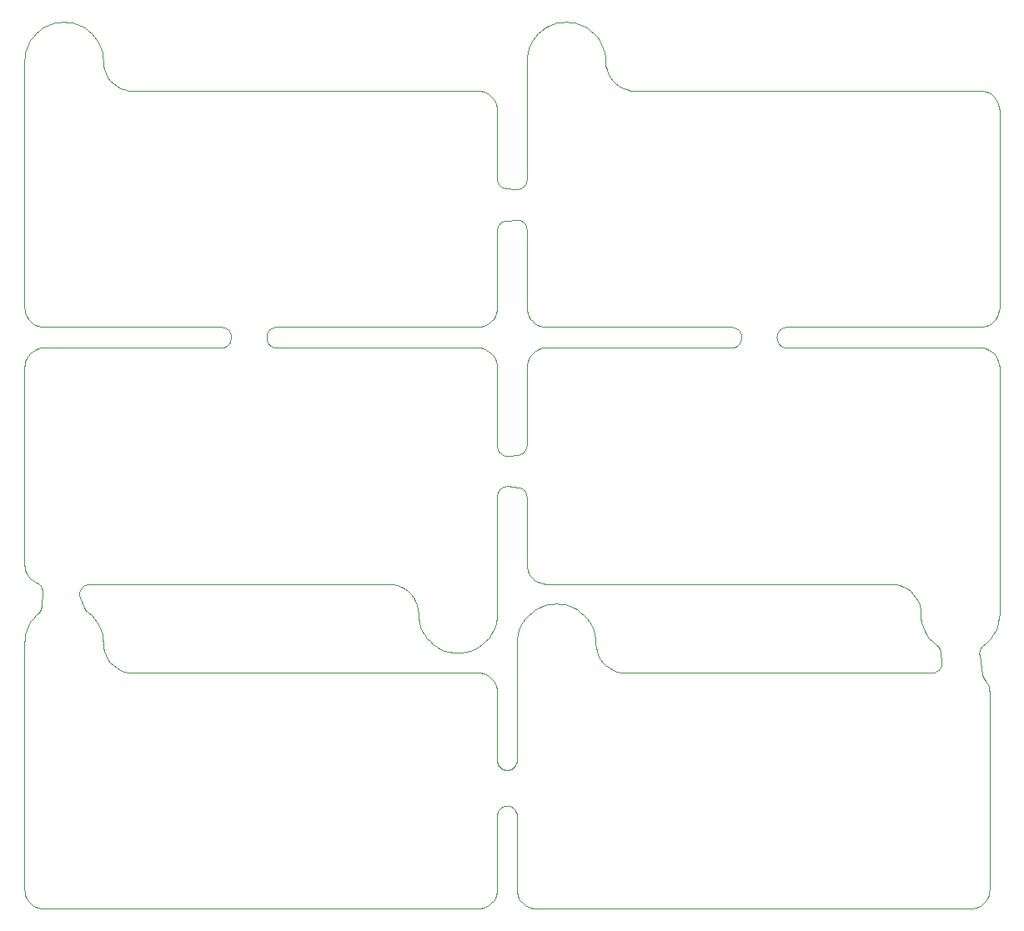
<source format=gko>
%MOIN*%
%OFA0B0*%
%FSLAX44Y44*%
%IPPOS*%
%LPD*%
%ADD10C,0*%
D10*
X00020866Y00022440D02*
X00020866Y00022440D01*
X00020742Y00022431D01*
X00020622Y00022402D01*
X00020508Y00022355D01*
X00020403Y00022290D01*
X00020309Y00022210D01*
X00020229Y00022116D01*
X00020164Y00022011D01*
X00020117Y00021896D01*
X00020088Y00021776D01*
X00020078Y00021653D01*
X00020078Y00018550D01*
X00020077Y00018521D01*
X00020074Y00018493D01*
X00020069Y00018464D01*
X00020061Y00018436D01*
X00020052Y00018409D01*
X00020040Y00018382D01*
X00020027Y00018356D01*
X00020012Y00018332D01*
X00019995Y00018308D01*
X00019976Y00018286D01*
X00019956Y00018265D01*
X00019934Y00018246D01*
X00019911Y00018229D01*
X00019887Y00018213D01*
X00019862Y00018199D01*
X00019835Y00018187D01*
X00019808Y00018177D01*
X00019780Y00018168D01*
X00019752Y00018162D01*
X00019723Y00018159D01*
X00019330Y00018120D01*
X00019297Y00018118D01*
X00019264Y00018119D01*
X00019231Y00018122D01*
X00019199Y00018129D01*
X00019167Y00018138D01*
X00019137Y00018149D01*
X00019107Y00018163D01*
X00019079Y00018180D01*
X00019052Y00018199D01*
X00019026Y00018220D01*
X00019003Y00018243D01*
X00018982Y00018268D01*
X00018962Y00018294D01*
X00018945Y00018322D01*
X00018931Y00018352D01*
X00018919Y00018382D01*
X00018909Y00018414D01*
X00018903Y00018446D01*
X00018899Y00018479D01*
X00018897Y00018511D01*
X00018897Y00021653D01*
X00018887Y00021776D01*
X00018859Y00021896D01*
X00018811Y00022011D01*
X00018747Y00022116D01*
X00018667Y00022210D01*
X00018573Y00022290D01*
X00018467Y00022355D01*
X00018353Y00022402D01*
X00018233Y00022431D01*
X00018110Y00022440D01*
X00010081Y00022440D01*
X00010055Y00022441D01*
X00010029Y00022444D01*
X00010004Y00022448D01*
X00009979Y00022454D01*
X00009954Y00022461D01*
X00009930Y00022470D01*
X00009907Y00022481D01*
X00009884Y00022493D01*
X00009863Y00022506D01*
X00009842Y00022521D01*
X00009822Y00022537D01*
X00009803Y00022555D01*
X00009785Y00022574D01*
X00009769Y00022593D01*
X00009754Y00022614D01*
X00009740Y00022636D01*
X00009728Y00022658D01*
X00009718Y00022682D01*
X00009708Y00022706D01*
X00009701Y00022730D01*
X00009690Y00022770D01*
X00009682Y00022805D01*
X00009677Y00022841D01*
X00009676Y00022877D01*
X00009678Y00022913D01*
X00009683Y00022949D01*
X00009692Y00022984D01*
X00009704Y00023018D01*
X00009718Y00023051D01*
X00009736Y00023083D01*
X00009757Y00023112D01*
X00009780Y00023140D01*
X00009806Y00023166D01*
X00009834Y00023189D01*
X00009864Y00023209D01*
X00009895Y00023226D01*
X00009928Y00023241D01*
X00009963Y00023252D01*
X00009998Y00023261D01*
X00010034Y00023266D01*
X00010070Y00023267D01*
X00018110Y00023267D01*
X00018233Y00023277D01*
X00018353Y00023306D01*
X00018467Y00023353D01*
X00018573Y00023418D01*
X00018667Y00023498D01*
X00018747Y00023592D01*
X00018811Y00023697D01*
X00018859Y00023811D01*
X00018887Y00023931D01*
X00018897Y00024055D01*
X00018897Y00027135D01*
X00018898Y00027165D01*
X00018902Y00027195D01*
X00018907Y00027224D01*
X00018915Y00027253D01*
X00018925Y00027281D01*
X00018937Y00027308D01*
X00018951Y00027334D01*
X00018967Y00027359D01*
X00018985Y00027383D01*
X00019004Y00027405D01*
X00019025Y00027426D01*
X00019048Y00027445D01*
X00019072Y00027463D01*
X00019097Y00027478D01*
X00019124Y00027492D01*
X00019151Y00027504D01*
X00019179Y00027513D01*
X00019208Y00027520D01*
X00019237Y00027526D01*
X00019267Y00027528D01*
X00019661Y00027552D01*
X00019693Y00027553D01*
X00019725Y00027551D01*
X00019757Y00027546D01*
X00019788Y00027539D01*
X00019818Y00027530D01*
X00019848Y00027518D01*
X00019877Y00027503D01*
X00019904Y00027486D01*
X00019930Y00027467D01*
X00019954Y00027446D01*
X00019977Y00027423D01*
X00019997Y00027399D01*
X00020016Y00027372D01*
X00020032Y00027345D01*
X00020046Y00027316D01*
X00020057Y00027286D01*
X00020067Y00027255D01*
X00020073Y00027223D01*
X00020077Y00027192D01*
X00020078Y00027159D01*
X00020078Y00024055D01*
X00020088Y00023931D01*
X00020117Y00023811D01*
X00020164Y00023697D01*
X00020229Y00023592D01*
X00020309Y00023498D01*
X00020403Y00023418D01*
X00020508Y00023353D01*
X00020622Y00023306D01*
X00020742Y00023277D01*
X00020866Y00023267D01*
X00028266Y00023267D01*
X00028302Y00023266D01*
X00028338Y00023261D01*
X00028373Y00023252D01*
X00028407Y00023241D01*
X00028440Y00023226D01*
X00028472Y00023209D01*
X00028502Y00023189D01*
X00028530Y00023166D01*
X00028556Y00023140D01*
X00028579Y00023112D01*
X00028599Y00023083D01*
X00028617Y00023051D01*
X00028632Y00023018D01*
X00028644Y00022984D01*
X00028652Y00022949D01*
X00028658Y00022913D01*
X00028660Y00022877D01*
X00028658Y00022841D01*
X00028653Y00022805D01*
X00028646Y00022770D01*
X00028635Y00022730D01*
X00028627Y00022706D01*
X00028618Y00022682D01*
X00028607Y00022658D01*
X00028595Y00022636D01*
X00028581Y00022614D01*
X00028566Y00022593D01*
X00028550Y00022574D01*
X00028533Y00022555D01*
X00028514Y00022537D01*
X00028494Y00022521D01*
X00028473Y00022506D01*
X00028451Y00022493D01*
X00028428Y00022481D01*
X00028405Y00022470D01*
X00028381Y00022461D01*
X00028357Y00022454D01*
X00028332Y00022448D01*
X00028306Y00022444D01*
X00028281Y00022441D01*
X00028255Y00022440D01*
X00020866Y00022440D01*
X00002522Y00011885D02*
X00002522Y00011885D01*
X00002522Y00011885D01*
X00002513Y00011891D01*
X00002504Y00011898D01*
X00002496Y00011905D01*
X00002487Y00011913D01*
X00002479Y00011920D01*
X00002471Y00011928D01*
X00002463Y00011936D01*
X00002455Y00011945D01*
X00002448Y00011953D01*
X00002441Y00011962D01*
X00002434Y00011971D01*
X00002427Y00011980D01*
X00002421Y00011989D01*
X00002415Y00011999D01*
X00002409Y00012009D01*
X00002404Y00012018D01*
X00002399Y00012028D01*
X00002394Y00012039D01*
X00002389Y00012049D01*
X00002385Y00012059D01*
X00002227Y00012451D01*
X00002215Y00012488D01*
X00002206Y00012525D01*
X00002201Y00012563D01*
X00002199Y00012601D01*
X00002201Y00012640D01*
X00002207Y00012678D01*
X00002217Y00012715D01*
X00002230Y00012751D01*
X00002247Y00012786D01*
X00002267Y00012818D01*
X00002290Y00012849D01*
X00002316Y00012878D01*
X00002344Y00012903D01*
X00002375Y00012926D01*
X00002408Y00012946D01*
X00002443Y00012962D01*
X00002479Y00012975D01*
X00002516Y00012984D01*
X00002554Y00012990D01*
X00002593Y00012992D01*
X00014566Y00012992D01*
X00014735Y00012980D01*
X00014899Y00012944D01*
X00015057Y00012885D01*
X00015205Y00012804D01*
X00015340Y00012703D01*
X00015459Y00012584D01*
X00015560Y00012449D01*
X00015641Y00012301D01*
X00015700Y00012143D01*
X00015736Y00011979D01*
X00015748Y00011811D01*
X00015757Y00011634D01*
X00015787Y00011460D01*
X00015836Y00011290D01*
X00015903Y00011127D01*
X00015989Y00010973D01*
X00016091Y00010829D01*
X00016209Y00010697D01*
X00016340Y00010579D01*
X00016484Y00010477D01*
X00016639Y00010392D01*
X00016802Y00010324D01*
X00016972Y00010275D01*
X00017146Y00010246D01*
X00017322Y00010236D01*
X00017499Y00010246D01*
X00017673Y00010275D01*
X00017842Y00010324D01*
X00018006Y00010392D01*
X00018160Y00010477D01*
X00018304Y00010579D01*
X00018436Y00010697D01*
X00018554Y00010829D01*
X00018656Y00010973D01*
X00018741Y00011127D01*
X00018809Y00011290D01*
X00018858Y00011460D01*
X00018887Y00011634D01*
X00018897Y00011811D01*
X00018897Y00016506D01*
X00018899Y00016539D01*
X00018903Y00016572D01*
X00018909Y00016604D01*
X00018919Y00016635D01*
X00018931Y00016666D01*
X00018945Y00016695D01*
X00018962Y00016723D01*
X00018982Y00016750D01*
X00019003Y00016775D01*
X00019026Y00016798D01*
X00019052Y00016819D01*
X00019079Y00016838D01*
X00019107Y00016854D01*
X00019137Y00016868D01*
X00019167Y00016880D01*
X00019199Y00016889D01*
X00019231Y00016895D01*
X00019264Y00016899D01*
X00019297Y00016900D01*
X00019330Y00016898D01*
X00019723Y00016859D01*
X00019752Y00016855D01*
X00019780Y00016849D01*
X00019808Y00016841D01*
X00019835Y00016831D01*
X00019862Y00016819D01*
X00019887Y00016805D01*
X00019911Y00016789D01*
X00019934Y00016771D01*
X00019956Y00016752D01*
X00019976Y00016732D01*
X00019995Y00016709D01*
X00020012Y00016686D01*
X00020027Y00016661D01*
X00020040Y00016635D01*
X00020052Y00016609D01*
X00020061Y00016581D01*
X00020069Y00016553D01*
X00020074Y00016525D01*
X00020077Y00016496D01*
X00020078Y00016467D01*
X00020078Y00013779D01*
X00020088Y00013656D01*
X00020117Y00013536D01*
X00020164Y00013422D01*
X00020229Y00013316D01*
X00020309Y00013222D01*
X00020403Y00013142D01*
X00020508Y00013077D01*
X00020622Y00013030D01*
X00020742Y00013001D01*
X00020866Y00012992D01*
X00034645Y00012992D01*
X00034813Y00012980D01*
X00034978Y00012944D01*
X00035136Y00012885D01*
X00035284Y00012804D01*
X00035419Y00012703D01*
X00035538Y00012584D01*
X00035639Y00012449D01*
X00035720Y00012301D01*
X00035778Y00012143D01*
X00035814Y00011979D01*
X00035826Y00011811D01*
X00035836Y00011634D01*
X00035866Y00011460D01*
X00035915Y00011290D01*
X00035982Y00011127D01*
X00036068Y00010973D01*
X00036170Y00010829D01*
X00036288Y00010697D01*
X00036419Y00010579D01*
X00036453Y00010555D01*
X00036453Y00010555D01*
X00036466Y00010545D01*
X00036479Y00010535D01*
X00036491Y00010525D01*
X00036503Y00010514D01*
X00036514Y00010502D01*
X00036525Y00010490D01*
X00036535Y00010477D01*
X00036545Y00010465D01*
X00036554Y00010451D01*
X00036562Y00010438D01*
X00036571Y00010424D01*
X00036578Y00010409D01*
X00036585Y00010395D01*
X00036591Y00010380D01*
X00036597Y00010365D01*
X00036602Y00010349D01*
X00036606Y00010334D01*
X00036610Y00010318D01*
X00036613Y00010302D01*
X00036616Y00010286D01*
X00036668Y00009894D01*
X00036671Y00009861D01*
X00036672Y00009828D01*
X00036669Y00009794D01*
X00036663Y00009761D01*
X00036655Y00009728D01*
X00036644Y00009697D01*
X00036630Y00009666D01*
X00036614Y00009637D01*
X00036596Y00009609D01*
X00036575Y00009583D01*
X00036551Y00009559D01*
X00036526Y00009536D01*
X00036499Y00009516D01*
X00036471Y00009499D01*
X00036441Y00009484D01*
X00036410Y00009471D01*
X00036378Y00009461D01*
X00036345Y00009454D01*
X00036312Y00009450D01*
X00036278Y00009448D01*
X00024015Y00009448D01*
X00023847Y00009460D01*
X00023682Y00009496D01*
X00023525Y00009555D01*
X00023377Y00009636D01*
X00023242Y00009737D01*
X00023123Y00009856D01*
X00023022Y00009991D01*
X00022941Y00010139D01*
X00022882Y00010297D01*
X00022846Y00010461D01*
X00022834Y00010629D01*
X00022824Y00010806D01*
X00022795Y00010980D01*
X00022746Y00011150D01*
X00022678Y00011313D01*
X00022593Y00011467D01*
X00022491Y00011611D01*
X00022373Y00011743D01*
X00022241Y00011861D01*
X00022097Y00011963D01*
X00021943Y00012048D01*
X00021779Y00012116D01*
X00021610Y00012165D01*
X00021436Y00012194D01*
X00021259Y00012204D01*
X00021083Y00012194D01*
X00020909Y00012165D01*
X00020739Y00012116D01*
X00020576Y00012048D01*
X00020421Y00011963D01*
X00020277Y00011861D01*
X00020146Y00011743D01*
X00020028Y00011611D01*
X00019926Y00011467D01*
X00019840Y00011313D01*
X00019773Y00011150D01*
X00019724Y00010980D01*
X00019694Y00010806D01*
X00019685Y00010629D01*
X00019685Y00005953D01*
X00019685Y00005944D01*
X00019680Y00005882D01*
X00019665Y00005822D01*
X00019642Y00005765D01*
X00019609Y00005712D01*
X00019569Y00005665D01*
X00019522Y00005625D01*
X00019470Y00005593D01*
X00019412Y00005569D01*
X00019352Y00005555D01*
X00019291Y00005550D01*
X00019229Y00005555D01*
X00019169Y00005569D01*
X00019112Y00005593D01*
X00019059Y00005625D01*
X00019012Y00005665D01*
X00018972Y00005712D01*
X00018940Y00005765D01*
X00018916Y00005822D01*
X00018902Y00005882D01*
X00018897Y00005944D01*
X00018897Y00008661D01*
X00018887Y00008784D01*
X00018859Y00008904D01*
X00018811Y00009018D01*
X00018747Y00009124D01*
X00018667Y00009218D01*
X00018573Y00009298D01*
X00018467Y00009363D01*
X00018353Y00009410D01*
X00018233Y00009439D01*
X00018110Y00009448D01*
X00004330Y00009448D01*
X00004162Y00009460D01*
X00003997Y00009496D01*
X00003840Y00009555D01*
X00003692Y00009636D01*
X00003557Y00009737D01*
X00003438Y00009856D01*
X00003337Y00009991D01*
X00003256Y00010139D01*
X00003197Y00010297D01*
X00003161Y00010461D01*
X00003149Y00010629D01*
X00003139Y00010806D01*
X00003110Y00010980D01*
X00003061Y00011150D01*
X00002993Y00011313D01*
X00002908Y00011467D01*
X00002806Y00011611D01*
X00002688Y00011743D01*
X00002556Y00011861D01*
X00002522Y00011885D01*
X00000474Y00013059D02*
X00000474Y00013059D01*
X00000474Y00013059D01*
X00000496Y00013049D01*
X00000518Y00013038D01*
X00000539Y00013025D01*
X00000558Y00013011D01*
X00000578Y00012996D01*
X00000596Y00012980D01*
X00000613Y00012962D01*
X00000629Y00012944D01*
X00000643Y00012924D01*
X00000657Y00012904D01*
X00000669Y00012883D01*
X00000680Y00012861D01*
X00000690Y00012839D01*
X00000698Y00012816D01*
X00000705Y00012793D01*
X00000710Y00012769D01*
X00000714Y00012745D01*
X00000716Y00012721D01*
X00000717Y00012696D01*
X00000716Y00012672D01*
X00000682Y00012094D01*
X00000681Y00012079D01*
X00000679Y00012064D01*
X00000677Y00012048D01*
X00000674Y00012033D01*
X00000670Y00012018D01*
X00000666Y00012004D01*
X00000661Y00011989D01*
X00000656Y00011974D01*
X00000650Y00011960D01*
X00000644Y00011946D01*
X00000637Y00011933D01*
X00000629Y00011919D01*
X00000621Y00011906D01*
X00000613Y00011893D01*
X00000604Y00011881D01*
X00000594Y00011869D01*
X00000584Y00011857D01*
X00000574Y00011845D01*
X00000563Y00011835D01*
X00000551Y00011824D01*
X00000551Y00011824D01*
X00000461Y00011743D01*
X00000343Y00011611D01*
X00000241Y00011467D01*
X00000155Y00011313D01*
X00000088Y00011150D01*
X00000039Y00010980D01*
X00000009Y00010806D01*
X00000000Y00010629D01*
X00000000Y00000787D01*
X00000009Y00000664D01*
X00000038Y00000544D01*
X00000085Y00000429D01*
X00000150Y00000324D01*
X00000230Y00000230D01*
X00000324Y00000150D01*
X00000429Y00000085D01*
X00000544Y00000038D01*
X00000664Y00000009D01*
X00000787Y00000000D01*
X00018110Y00000000D01*
X00018233Y00000009D01*
X00018353Y00000038D01*
X00018467Y00000085D01*
X00018573Y00000150D01*
X00018667Y00000230D01*
X00018747Y00000324D01*
X00018811Y00000429D01*
X00018859Y00000544D01*
X00018887Y00000664D01*
X00018897Y00000787D01*
X00018897Y00003726D01*
X00018902Y00003788D01*
X00018916Y00003848D01*
X00018940Y00003905D01*
X00018972Y00003957D01*
X00019012Y00004004D01*
X00019059Y00004045D01*
X00019112Y00004077D01*
X00019169Y00004100D01*
X00019229Y00004115D01*
X00019291Y00004120D01*
X00019352Y00004115D01*
X00019412Y00004100D01*
X00019470Y00004077D01*
X00019522Y00004045D01*
X00019569Y00004004D01*
X00019609Y00003957D01*
X00019642Y00003905D01*
X00019665Y00003848D01*
X00019680Y00003788D01*
X00019685Y00003726D01*
X00019685Y00003717D01*
X00019685Y00000787D01*
X00019694Y00000664D01*
X00019723Y00000544D01*
X00019770Y00000429D01*
X00019835Y00000324D01*
X00019915Y00000230D01*
X00020009Y00000150D01*
X00020114Y00000085D01*
X00020229Y00000038D01*
X00020349Y00000009D01*
X00020472Y00000000D01*
X00037795Y00000000D01*
X00037918Y00000009D01*
X00038038Y00000038D01*
X00038152Y00000085D01*
X00038258Y00000150D01*
X00038352Y00000230D01*
X00038432Y00000324D01*
X00038496Y00000429D01*
X00038544Y00000544D01*
X00038572Y00000664D01*
X00038582Y00000787D01*
X00038582Y00008661D01*
X00038572Y00008784D01*
X00038544Y00008904D01*
X00038496Y00009018D01*
X00038432Y00009124D01*
X00038378Y00009187D01*
X00038370Y00009196D01*
X00038364Y00009205D01*
X00038357Y00009214D01*
X00038351Y00009223D01*
X00038345Y00009232D01*
X00038339Y00009241D01*
X00038333Y00009251D01*
X00038328Y00009261D01*
X00038323Y00009271D01*
X00038318Y00009281D01*
X00038314Y00009291D01*
X00038310Y00009302D01*
X00038306Y00009312D01*
X00038302Y00009323D01*
X00038299Y00009333D01*
X00038296Y00009344D01*
X00038293Y00009355D01*
X00038291Y00009366D01*
X00038289Y00009377D01*
X00038287Y00009388D01*
X00038176Y00010171D01*
X00038174Y00010192D01*
X00038172Y00010214D01*
X00038172Y00010235D01*
X00038173Y00010257D01*
X00038176Y00010278D01*
X00038179Y00010300D01*
X00038184Y00010321D01*
X00038189Y00010341D01*
X00038196Y00010362D01*
X00038204Y00010382D01*
X00038213Y00010401D01*
X00038223Y00010420D01*
X00038234Y00010439D01*
X00038247Y00010457D01*
X00038260Y00010474D01*
X00038274Y00010490D01*
X00038289Y00010506D01*
X00038304Y00010521D01*
X00038321Y00010534D01*
X00038338Y00010547D01*
X00038338Y00010547D01*
X00038383Y00010579D01*
X00038515Y00010697D01*
X00038632Y00010829D01*
X00038735Y00010973D01*
X00038820Y00011127D01*
X00038888Y00011290D01*
X00038936Y00011460D01*
X00038966Y00011634D01*
X00038976Y00011811D01*
X00038976Y00021653D01*
X00038966Y00021776D01*
X00038937Y00021896D01*
X00038890Y00022011D01*
X00038826Y00022116D01*
X00038745Y00022210D01*
X00038651Y00022290D01*
X00038546Y00022355D01*
X00038432Y00022402D01*
X00038312Y00022431D01*
X00038188Y00022440D01*
X00030478Y00022440D01*
X00030453Y00022441D01*
X00030427Y00022444D01*
X00030402Y00022448D01*
X00030377Y00022454D01*
X00030352Y00022461D01*
X00030328Y00022470D01*
X00030305Y00022481D01*
X00030282Y00022493D01*
X00030260Y00022506D01*
X00030240Y00022521D01*
X00030220Y00022537D01*
X00030201Y00022555D01*
X00030183Y00022574D01*
X00030167Y00022593D01*
X00030152Y00022614D01*
X00030138Y00022636D01*
X00030126Y00022658D01*
X00030115Y00022682D01*
X00030106Y00022706D01*
X00030099Y00022730D01*
X00030088Y00022770D01*
X00030080Y00022805D01*
X00030075Y00022841D01*
X00030074Y00022877D01*
X00030076Y00022913D01*
X00030081Y00022949D01*
X00030090Y00022984D01*
X00030101Y00023018D01*
X00030116Y00023051D01*
X00030134Y00023083D01*
X00030155Y00023112D01*
X00030178Y00023140D01*
X00030204Y00023166D01*
X00030231Y00023189D01*
X00030261Y00023209D01*
X00030293Y00023226D01*
X00030326Y00023241D01*
X00030360Y00023252D01*
X00030396Y00023261D01*
X00030431Y00023266D01*
X00030468Y00023267D01*
X00038188Y00023267D01*
X00038312Y00023277D01*
X00038432Y00023306D01*
X00038546Y00023353D01*
X00038651Y00023418D01*
X00038745Y00023498D01*
X00038826Y00023592D01*
X00038890Y00023697D01*
X00038937Y00023811D01*
X00038966Y00023931D01*
X00038976Y00024055D01*
X00038976Y00031929D01*
X00038966Y00032052D01*
X00038937Y00032172D01*
X00038890Y00032286D01*
X00038826Y00032391D01*
X00038745Y00032485D01*
X00038651Y00032566D01*
X00038546Y00032630D01*
X00038432Y00032678D01*
X00038312Y00032706D01*
X00038188Y00032716D01*
X00024409Y00032716D01*
X00024241Y00032728D01*
X00024076Y00032764D01*
X00023918Y00032823D01*
X00023770Y00032904D01*
X00023635Y00033005D01*
X00023516Y00033124D01*
X00023415Y00033259D01*
X00023335Y00033406D01*
X00023276Y00033564D01*
X00023240Y00033729D01*
X00023228Y00033897D01*
X00023218Y00034073D01*
X00023188Y00034248D01*
X00023139Y00034417D01*
X00023072Y00034580D01*
X00022986Y00034735D01*
X00022884Y00034879D01*
X00022767Y00035011D01*
X00022635Y00035128D01*
X00022491Y00035231D01*
X00022336Y00035316D01*
X00022173Y00035384D01*
X00022003Y00035432D01*
X00021829Y00035462D01*
X00021653Y00035472D01*
X00021477Y00035462D01*
X00021303Y00035432D01*
X00021133Y00035384D01*
X00020970Y00035316D01*
X00020815Y00035231D01*
X00020671Y00035128D01*
X00020539Y00035011D01*
X00020422Y00034879D01*
X00020320Y00034735D01*
X00020234Y00034580D01*
X00020167Y00034417D01*
X00020118Y00034248D01*
X00020088Y00034073D01*
X00020078Y00033897D01*
X00020078Y00029181D01*
X00020077Y00029149D01*
X00020073Y00029117D01*
X00020067Y00029085D01*
X00020057Y00029054D01*
X00020046Y00029024D01*
X00020032Y00028996D01*
X00020016Y00028968D01*
X00019997Y00028942D01*
X00019977Y00028917D01*
X00019954Y00028894D01*
X00019930Y00028873D01*
X00019904Y00028854D01*
X00019877Y00028837D01*
X00019848Y00028823D01*
X00019818Y00028810D01*
X00019788Y00028801D01*
X00019757Y00028794D01*
X00019725Y00028789D01*
X00019693Y00028787D01*
X00019661Y00028788D01*
X00019267Y00028812D01*
X00019237Y00028815D01*
X00019208Y00028820D01*
X00019179Y00028827D01*
X00019151Y00028837D01*
X00019124Y00028848D01*
X00019097Y00028862D01*
X00019072Y00028877D01*
X00019048Y00028895D01*
X00019025Y00028914D01*
X00019004Y00028935D01*
X00018985Y00028957D01*
X00018967Y00028981D01*
X00018951Y00029006D01*
X00018937Y00029032D01*
X00018925Y00029059D01*
X00018915Y00029087D01*
X00018907Y00029116D01*
X00018902Y00029145D01*
X00018898Y00029175D01*
X00018897Y00029205D01*
X00018897Y00031929D01*
X00018887Y00032052D01*
X00018859Y00032172D01*
X00018811Y00032286D01*
X00018747Y00032391D01*
X00018667Y00032485D01*
X00018573Y00032566D01*
X00018467Y00032630D01*
X00018353Y00032677D01*
X00018233Y00032706D01*
X00018110Y00032716D01*
X00004330Y00032716D01*
X00004162Y00032728D01*
X00003997Y00032764D01*
X00003840Y00032823D01*
X00003692Y00032904D01*
X00003557Y00033005D01*
X00003438Y00033124D01*
X00003337Y00033259D01*
X00003256Y00033406D01*
X00003197Y00033564D01*
X00003161Y00033729D01*
X00003149Y00033897D01*
X00003139Y00034073D01*
X00003110Y00034248D01*
X00003061Y00034417D01*
X00002993Y00034580D01*
X00002908Y00034735D01*
X00002806Y00034879D01*
X00002688Y00035011D01*
X00002556Y00035128D01*
X00002412Y00035231D01*
X00002258Y00035316D01*
X00002094Y00035384D01*
X00001925Y00035432D01*
X00001751Y00035462D01*
X00001574Y00035472D01*
X00001398Y00035462D01*
X00001224Y00035432D01*
X00001054Y00035384D01*
X00000891Y00035316D01*
X00000736Y00035231D01*
X00000592Y00035128D01*
X00000461Y00035011D01*
X00000343Y00034879D01*
X00000241Y00034735D01*
X00000155Y00034580D01*
X00000088Y00034417D01*
X00000039Y00034248D01*
X00000009Y00034073D01*
X00000000Y00033897D01*
X00000000Y00024055D01*
X00000009Y00023931D01*
X00000038Y00023811D01*
X00000085Y00023697D01*
X00000150Y00023592D01*
X00000230Y00023498D01*
X00000324Y00023418D01*
X00000429Y00023353D01*
X00000544Y00023306D01*
X00000664Y00023277D01*
X00000787Y00023267D01*
X00007868Y00023267D01*
X00007904Y00023266D01*
X00007940Y00023261D01*
X00007975Y00023252D01*
X00008009Y00023241D01*
X00008043Y00023226D01*
X00008074Y00023209D01*
X00008104Y00023189D01*
X00008132Y00023166D01*
X00008158Y00023140D01*
X00008181Y00023112D01*
X00008202Y00023083D01*
X00008219Y00023051D01*
X00008234Y00023018D01*
X00008246Y00022984D01*
X00008254Y00022949D01*
X00008260Y00022913D01*
X00008262Y00022877D01*
X00008260Y00022841D01*
X00008256Y00022805D01*
X00008248Y00022770D01*
X00008237Y00022730D01*
X00008229Y00022706D01*
X00008220Y00022682D01*
X00008209Y00022658D01*
X00008197Y00022636D01*
X00008184Y00022614D01*
X00008169Y00022593D01*
X00008152Y00022574D01*
X00008135Y00022555D01*
X00008116Y00022537D01*
X00008096Y00022521D01*
X00008075Y00022506D01*
X00008053Y00022493D01*
X00008031Y00022481D01*
X00008007Y00022470D01*
X00007983Y00022461D01*
X00007959Y00022454D01*
X00007934Y00022448D01*
X00007908Y00022444D01*
X00007883Y00022441D01*
X00007857Y00022440D01*
X00000787Y00022440D01*
X00000664Y00022431D01*
X00000544Y00022402D01*
X00000429Y00022355D01*
X00000324Y00022290D01*
X00000230Y00022210D01*
X00000150Y00022116D01*
X00000085Y00022011D01*
X00000038Y00021896D01*
X00000009Y00021776D01*
X00000000Y00021653D01*
X00000000Y00013779D01*
X00000009Y00013656D01*
X00000038Y00013536D01*
X00000085Y00013422D01*
X00000150Y00013316D01*
X00000230Y00013222D01*
X00000324Y00013142D01*
X00000429Y00013077D01*
X00000474Y00013059D01*
M02*
</source>
